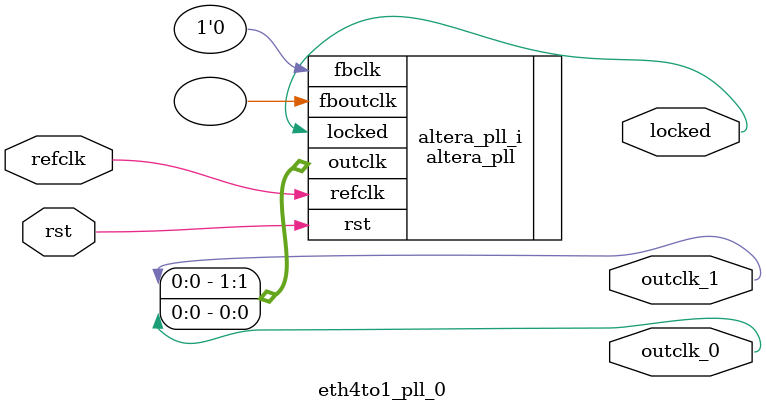
<source format=v>
`timescale 1ns/10ps
module  eth4to1_pll_0(

	// interface 'refclk'
	input wire refclk,

	// interface 'reset'
	input wire rst,

	// interface 'outclk0'
	output wire outclk_0,

	// interface 'outclk1'
	output wire outclk_1,

	// interface 'locked'
	output wire locked
);

	altera_pll #(
		.fractional_vco_multiplier("false"),
		.reference_clock_frequency("156.25 MHz"),
		.operation_mode("direct"),
		.number_of_clocks(2),
		.output_clock_frequency0("312.500000 MHz"),
		.phase_shift0("0 ps"),
		.duty_cycle0(50),
		.output_clock_frequency1("260.416666 MHz"),
		.phase_shift1("0 ps"),
		.duty_cycle1(50),
		.output_clock_frequency2("0 MHz"),
		.phase_shift2("0 ps"),
		.duty_cycle2(50),
		.output_clock_frequency3("0 MHz"),
		.phase_shift3("0 ps"),
		.duty_cycle3(50),
		.output_clock_frequency4("0 MHz"),
		.phase_shift4("0 ps"),
		.duty_cycle4(50),
		.output_clock_frequency5("0 MHz"),
		.phase_shift5("0 ps"),
		.duty_cycle5(50),
		.output_clock_frequency6("0 MHz"),
		.phase_shift6("0 ps"),
		.duty_cycle6(50),
		.output_clock_frequency7("0 MHz"),
		.phase_shift7("0 ps"),
		.duty_cycle7(50),
		.output_clock_frequency8("0 MHz"),
		.phase_shift8("0 ps"),
		.duty_cycle8(50),
		.output_clock_frequency9("0 MHz"),
		.phase_shift9("0 ps"),
		.duty_cycle9(50),
		.output_clock_frequency10("0 MHz"),
		.phase_shift10("0 ps"),
		.duty_cycle10(50),
		.output_clock_frequency11("0 MHz"),
		.phase_shift11("0 ps"),
		.duty_cycle11(50),
		.output_clock_frequency12("0 MHz"),
		.phase_shift12("0 ps"),
		.duty_cycle12(50),
		.output_clock_frequency13("0 MHz"),
		.phase_shift13("0 ps"),
		.duty_cycle13(50),
		.output_clock_frequency14("0 MHz"),
		.phase_shift14("0 ps"),
		.duty_cycle14(50),
		.output_clock_frequency15("0 MHz"),
		.phase_shift15("0 ps"),
		.duty_cycle15(50),
		.output_clock_frequency16("0 MHz"),
		.phase_shift16("0 ps"),
		.duty_cycle16(50),
		.output_clock_frequency17("0 MHz"),
		.phase_shift17("0 ps"),
		.duty_cycle17(50),
		.pll_type("General"),
		.pll_subtype("General")
	) altera_pll_i (
		.rst	(rst),
		.outclk	({outclk_1, outclk_0}),
		.locked	(locked),
		.fboutclk	( ),
		.fbclk	(1'b0),
		.refclk	(refclk)
	);
endmodule


</source>
